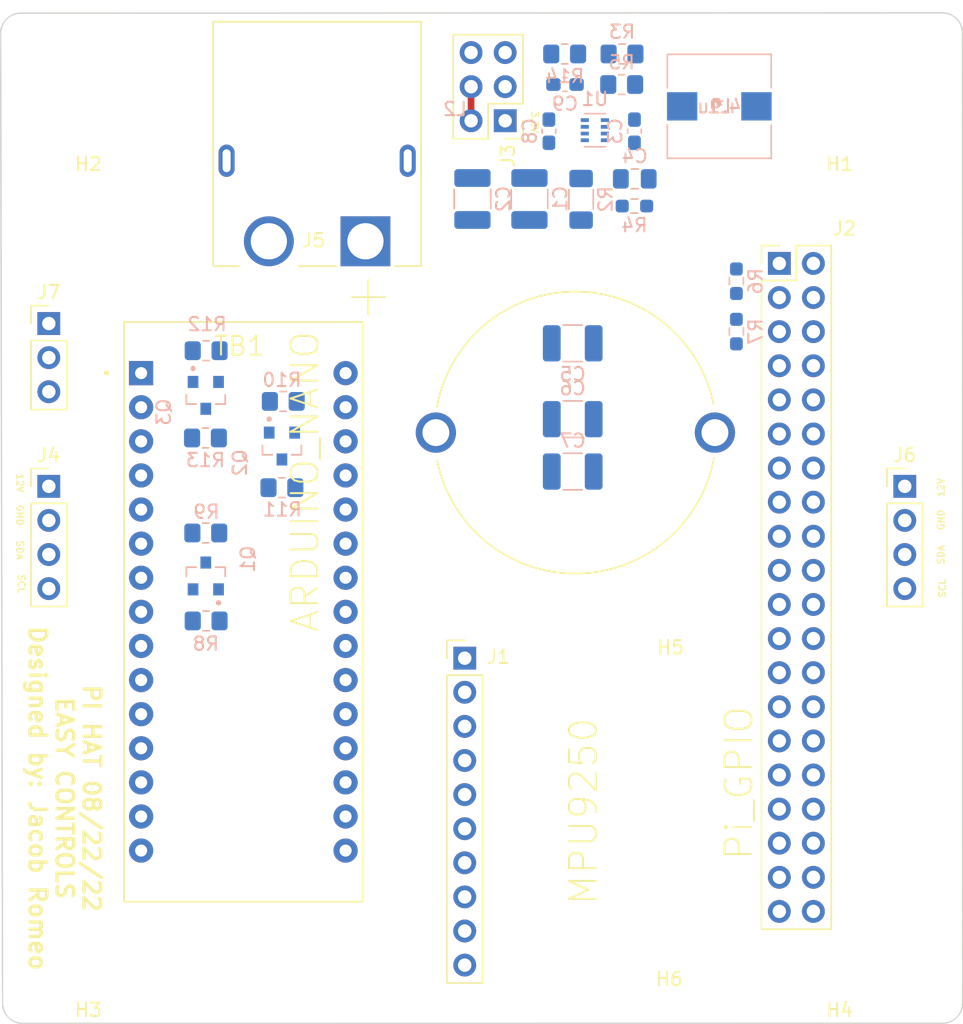
<source format=kicad_pcb>
(kicad_pcb (version 20211014) (generator pcbnew)

  (general
    (thickness 1.6)
  )

  (paper "A4")
  (layers
    (0 "F.Cu" signal)
    (31 "B.Cu" signal)
    (32 "B.Adhes" user "B.Adhesive")
    (33 "F.Adhes" user "F.Adhesive")
    (34 "B.Paste" user)
    (35 "F.Paste" user)
    (36 "B.SilkS" user "B.Silkscreen")
    (37 "F.SilkS" user "F.Silkscreen")
    (38 "B.Mask" user)
    (39 "F.Mask" user)
    (40 "Dwgs.User" user "User.Drawings")
    (41 "Cmts.User" user "User.Comments")
    (42 "Eco1.User" user "User.Eco1")
    (43 "Eco2.User" user "User.Eco2")
    (44 "Edge.Cuts" user)
    (45 "Margin" user)
    (46 "B.CrtYd" user "B.Courtyard")
    (47 "F.CrtYd" user "F.Courtyard")
    (48 "B.Fab" user)
    (49 "F.Fab" user)
  )

  (setup
    (stackup
      (layer "F.SilkS" (type "Top Silk Screen"))
      (layer "F.Paste" (type "Top Solder Paste"))
      (layer "F.Mask" (type "Top Solder Mask") (thickness 0.01))
      (layer "F.Cu" (type "copper") (thickness 0.035))
      (layer "dielectric 1" (type "core") (thickness 1.51) (material "FR4") (epsilon_r 4.5) (loss_tangent 0.02))
      (layer "B.Cu" (type "copper") (thickness 0.035))
      (layer "B.Mask" (type "Bottom Solder Mask") (thickness 0.01))
      (layer "B.Paste" (type "Bottom Solder Paste"))
      (layer "B.SilkS" (type "Bottom Silk Screen"))
      (copper_finish "None")
      (dielectric_constraints no)
    )
    (pad_to_mask_clearance 0)
    (pcbplotparams
      (layerselection 0x00010fc_ffffffff)
      (disableapertmacros false)
      (usegerberextensions false)
      (usegerberattributes true)
      (usegerberadvancedattributes true)
      (creategerberjobfile true)
      (svguseinch false)
      (svgprecision 6)
      (excludeedgelayer true)
      (plotframeref false)
      (viasonmask false)
      (mode 1)
      (useauxorigin false)
      (hpglpennumber 1)
      (hpglpenspeed 20)
      (hpglpendiameter 15.000000)
      (dxfpolygonmode true)
      (dxfimperialunits true)
      (dxfusepcbnewfont true)
      (psnegative false)
      (psa4output false)
      (plotreference true)
      (plotvalue true)
      (plotinvisibletext false)
      (sketchpadsonfab false)
      (subtractmaskfromsilk false)
      (outputformat 1)
      (mirror false)
      (drillshape 0)
      (scaleselection 1)
      (outputdirectory "Gerber/")
    )
  )

  (net 0 "")
  (net 1 "unconnected-(J1-Pad5)")
  (net 2 "unconnected-(J1-Pad6)")
  (net 3 "unconnected-(J1-Pad7)")
  (net 4 "unconnected-(J1-Pad8)")
  (net 5 "unconnected-(J1-Pad9)")
  (net 6 "unconnected-(J1-Pad10)")
  (net 7 "SDAN")
  (net 8 "SCLN")
  (net 9 "3.3VN")
  (net 10 "unconnected-(J2-Pad7)")
  (net 11 "/TXP")
  (net 12 "unconnected-(J2-Pad9)")
  (net 13 "/RXP")
  (net 14 "unconnected-(J2-Pad11)")
  (net 15 "unconnected-(J2-Pad12)")
  (net 16 "unconnected-(J2-Pad13)")
  (net 17 "unconnected-(J2-Pad14)")
  (net 18 "unconnected-(J2-Pad15)")
  (net 19 "unconnected-(J2-Pad16)")
  (net 20 "unconnected-(J2-Pad17)")
  (net 21 "unconnected-(J2-Pad18)")
  (net 22 "unconnected-(J2-Pad19)")
  (net 23 "unconnected-(J2-Pad20)")
  (net 24 "unconnected-(J2-Pad21)")
  (net 25 "unconnected-(J2-Pad22)")
  (net 26 "unconnected-(J2-Pad23)")
  (net 27 "unconnected-(J2-Pad24)")
  (net 28 "unconnected-(J2-Pad25)")
  (net 29 "unconnected-(J2-Pad26)")
  (net 30 "unconnected-(J2-Pad27)")
  (net 31 "unconnected-(J2-Pad28)")
  (net 32 "unconnected-(J2-Pad29)")
  (net 33 "unconnected-(J2-Pad30)")
  (net 34 "unconnected-(J2-Pad31)")
  (net 35 "unconnected-(J2-Pad32)")
  (net 36 "unconnected-(J2-Pad33)")
  (net 37 "unconnected-(J2-Pad34)")
  (net 38 "unconnected-(J2-Pad35)")
  (net 39 "unconnected-(J2-Pad36)")
  (net 40 "unconnected-(J2-Pad37)")
  (net 41 "unconnected-(J2-Pad38)")
  (net 42 "unconnected-(J2-Pad39)")
  (net 43 "3.3VP")
  (net 44 "unconnected-(J2-Pad40)")
  (net 45 "+3V3")
  (net 46 "/5VN")
  (net 47 "VAA")
  (net 48 "unconnected-(TB1-Pad5)")
  (net 49 "unconnected-(TB1-Pad6)")
  (net 50 "unconnected-(TB1-Pad7)")
  (net 51 "unconnected-(TB1-Pad8)")
  (net 52 "unconnected-(TB1-Pad9)")
  (net 53 "unconnected-(TB1-Pad10)")
  (net 54 "unconnected-(TB1-Pad11)")
  (net 55 "unconnected-(TB1-Pad12)")
  (net 56 "unconnected-(TB1-Pad13)")
  (net 57 "unconnected-(TB1-Pad14)")
  (net 58 "unconnected-(TB1-Pad15)")
  (net 59 "unconnected-(TB1-Pad16)")
  (net 60 "unconnected-(TB1-Pad18)")
  (net 61 "Net-(C8-Pad1)")
  (net 62 "unconnected-(TB1-Pad20)")
  (net 63 "unconnected-(TB1-Pad21)")
  (net 64 "unconnected-(TB1-Pad22)")
  (net 65 "unconnected-(TB1-Pad25)")
  (net 66 "unconnected-(TB1-Pad26)")
  (net 67 "/RXN")
  (net 68 "GND")
  (net 69 "12V")
  (net 70 "/5V")
  (net 71 "VD")
  (net 72 "/SCL")
  (net 73 "/SDA")
  (net 74 "Net-(C3-Pad1)")
  (net 75 "Net-(C4-Pad1)")
  (net 76 "Net-(C4-Pad2)")
  (net 77 "Net-(C5-Pad1)")
  (net 78 "Net-(R2-Pad2)")
  (net 79 "Net-(R3-Pad1)")
  (net 80 "Net-(C9-Pad2)")
  (net 81 "Net-(R4-Pad1)")
  (net 82 "/TXN")
  (net 83 "+5V")
  (net 84 "VCC")
  (net 85 "VDC")
  (net 86 "/PS")
  (net 87 "unconnected-(TB1-Pad28)")

  (footprint ".pretty:SHIELD_ARDUINO_NANO" (layer "F.Cu") (at 111.05 105.35))

  (footprint "Connector_PinHeader_2.54mm:PinHeader_2x03_P2.54mm_Vertical" (layer "F.Cu") (at 130.565 68.775 180))

  (footprint "MountingHole:MountingHole_2.5mm" (layer "F.Cu") (at 152.5 74.5))

  (footprint "MountingHole:MountingHole_2.5mm" (layer "F.Cu") (at 102.5 74.5))

  (footprint "MountingHole:MountingHole_2.5mm" (layer "F.Cu") (at 102.5 132.5))

  (footprint "Connector_PinHeader_2.54mm:PinHeader_1x10_P2.54mm_Vertical" (layer "F.Cu") (at 127.55 108.8))

  (footprint "MountingHole:MountingHole_2.5mm" (layer "F.Cu") (at 152.5 132.5))

  (footprint "Connector_PinHeader_2.54mm:PinHeader_2x20_P2.54mm_Vertical" (layer "F.Cu") (at 151 79.4))

  (footprint "Connector_PinHeader_2.54mm:PinHeader_1x04_P2.54mm_Vertical" (layer "F.Cu") (at 96.55 96))

  (footprint ".pretty:AMASS_XT60PW-M" (layer "F.Cu") (at 116.55 71.75))

  (footprint "MountingHole:MountingHole_2.5mm" (layer "F.Cu") (at 139.3 110))

  (footprint "MountingHole:MountingHole_2.5mm" (layer "F.Cu") (at 139.3 130.5))

  (footprint ".pretty:IND_AIRD-02-151K" (layer "F.Cu") (at 135.8 92))

  (footprint "Connector_PinHeader_2.54mm:PinHeader_1x04_P2.54mm_Vertical" (layer "F.Cu") (at 160.35 96))

  (footprint "Connector_PinHeader_2.54mm:PinHeader_1x03_P2.54mm_Vertical" (layer "F.Cu") (at 96.55 83.875))

  (footprint "Capacitor_SMD:C_1210_3225Metric_Pad1.33x2.70mm_HandSolder" (layer "B.Cu") (at 135.6 94.9 180))

  (footprint "Capacitor_SMD:C_0603_1608Metric_Pad1.08x0.95mm_HandSolder" (layer "B.Cu") (at 135.025 66.075))

  (footprint "Capacitor_SMD:C_0603_1608Metric_Pad1.08x0.95mm_HandSolder" (layer "B.Cu") (at 140.2 69.55 -90))

  (footprint "Capacitor_SMD:C_1210_3225Metric_Pad1.33x2.70mm_HandSolder" (layer "B.Cu") (at 135.6 91 180))

  (footprint "Capacitor_SMD:C_1210_3225Metric_Pad1.33x2.70mm_HandSolder" (layer "B.Cu") (at 132.375 74.6 90))

  (footprint "Capacitor_SMD:C_1210_3225Metric_Pad1.33x2.70mm_HandSolder" (layer "B.Cu") (at 128.125 74.6 90))

  (footprint "Resistor_SMD:R_1206_3216Metric_Pad1.30x1.75mm_HandSolder" (layer "B.Cu") (at 136.225 74.625 90))

  (footprint "Capacitor_SMD:C_0805_2012Metric_Pad1.18x1.45mm_HandSolder" (layer "B.Cu") (at 140.225 73.1 180))

  (footprint "Resistor_SMD:R_0603_1608Metric_Pad0.98x0.95mm_HandSolder" (layer "B.Cu") (at 147.8 84.475 90))

  (footprint "Resistor_SMD:R_0805_2012Metric_Pad1.20x1.40mm_HandSolder" (layer "B.Cu") (at 108.25 99.475))

  (footprint "Resistor_SMD:R_0805_2012Metric_Pad1.20x1.40mm_HandSolder" (layer "B.Cu") (at 114.025 89.675))

  (footprint "Resistor_SMD:R_0805_2012Metric_Pad1.20x1.40mm_HandSolder" (layer "B.Cu") (at 139.25 66.075 180))

  (footprint ".pretty:744777004" (layer "B.Cu") (at 146.5275 67.7))

  (footprint "Resistor_SMD:R_0805_2012Metric_Pad1.20x1.40mm_HandSolder" (layer "B.Cu") (at 135 63.8))

  (footprint ".pretty:MP2393GTL-P" (layer "B.Cu") (at 137.25 69.475 180))

  (footprint "Resistor_SMD:R_0805_2012Metric_Pad1.20x1.40mm_HandSolder" (layer "B.Cu") (at 108.275 85.9))

  (footprint "Capacitor_SMD:C_0603_1608Metric_Pad1.08x0.95mm_HandSolder" (layer "B.Cu") (at 133.825 69.55 -90))

  (footprint ".pretty:TRANS_BSS138_RFG" (layer "B.Cu") (at 108.25 89.225 -90))

  (footprint "Resistor_SMD:R_0805_2012Metric_Pad1.20x1.40mm_HandSolder" (layer "B.Cu") (at 113.925 96.1 180))

  (footprint ".pretty:TRANS_BSS138_RFG" (layer "B.Cu") (at 108.25 102.675 90))

  (footprint "Resistor_SMD:R_0603_1608Metric_Pad0.98x0.95mm_HandSolder" (layer "B.Cu") (at 147.8 80.725 90))

  (footprint "Resistor_SMD:R_0603_1608Metric_Pad0.98x0.95mm_HandSolder" (layer "B.Cu") (at 140.2 75.125))

  (footprint "Resistor_SMD:R_0805_2012Metric_Pad1.20x1.40mm_HandSolder" (layer "B.Cu") (at 108.275 106.025 180))

  (footprint "Resistor_SMD:R_0805_2012Metric_Pad1.20x1.40mm_HandSolder" (layer "B.Cu") (at 108.225 92.4 180))

  (footprint ".pretty:TRANS_BSS138_RFG" (layer "B.Cu") (at 113.925 93 -90))

  (footprint "Capacitor_SMD:C_1210_3225Metric_Pad1.33x2.70mm_HandSolder" (layer "B.Cu") (at 135.6 85.35))

  (footprint "Resistor_SMD:R_0805_2012Metric_Pad1.20x1.40mm_HandSolder" (layer "B.Cu") (at 139.275 63.8 180))

  (gr_line (start 125.65 133.6) (end 125.65 107) (layer "Dwgs.User") (width 0.15) (tstamp 00000000-0000-0000-0000-000062207ace))
  (gr_line (start 129.3 130.5) (end 139.3 130.5) (layer "Dwgs.User") (width 0.15) (tstamp 00000000-0000-0000-0000-00006251db81))
  (gr_line (start 144.05 107.1) (end 144.15 133.6) (layer "Dwgs.User") (width 0.15) (tstamp 91e6c9ca-3fb7-4a4b-ac8b-00f32a87946d))
  (gr_line (start 129.3 110) (end 139.3 110) (layer "Dwgs.User") (width 0.15) (tstamp acf5d924-0760-425a-996c-c1d965700be8))
  (gr_line (start 144.15 133.6) (end 125.65 133.6) (layer "Dwgs.User") (width 0.15) (tstamp c924d60e-2485-45f5-9e86-952da9c46765))
  (gr_line (start 125.65 107) (end 144.05 107.1) (layer "Dwgs.User") (width 0.15) (tstamp edd42b12-3d25-4274-b189-0a2cc33fac18))
  (gr_line (start 94.46066 60.76066) (end 163.15 60.73566) (layer "Edge.Cuts") (width 0.1) (tstamp 00000000-0000-0000-0000-000062206ebd))
  (gr_arc (start 92.96066 62.26066) (mid 93.4 61.2) (end 94.46066 60.76066) (layer "Edge.Cuts") (width 0.1) (tstamp 00000000-0000-0000-0000-000062206ee5))
  (gr_line (start 93.1 134.5) (end 92.96066 62.26066) (layer "Edge.Cuts") (width 0.1) (tstamp 2026567f-be64-41dd-8011-b0897ba0ff2e))
  (gr_arc (start 164.66434 134.48934) (mid 164.225 135.55) (end 163.16434 135.98934) (layer "Edge.Cuts") (width 0.1) (tstamp 6afc19cf-38b4-47a3-bc2b-445b18724310))
  (gr_line (start 164.65 62.23566) (end 164.66434 134.48934) (layer "Edge.Cuts") (width 0.1) (tstamp 77ef8901-6325-4427-901a-4acd9074dd7b))
  (gr_arc (start 94.6 136) (mid 93.53934 135.56066) (end 93.1 134.5) (layer "Edge.Cuts") (width 0.1) (tstamp 84d296ba-3d39-4264-ad19-947f90c54396))
  (gr_arc (start 163.15 60.73566) (mid 164.21066 61.175) (end 164.65 62.23566) (layer "Edge.Cuts") (width 0.1) (tstamp 88a17e56-466a-45e7-9047-7346a507f505))
  (gr_line (start 163.16434 135.98934) (end 94.6 136) (layer "Edge.Cuts") (width 0.1) (tstamp 981ff4de-0330-4757-b746-0cb983df5e7c))
  (gr_text "MPU9250" (at 136.4 120.2 90) (layer "F.SilkS") (tstamp 00000000-0000-0000-0000-000062208821)
    (effects (font (size 2 2) (thickness 0.15)))
  )
  (gr_text "3.3V" (at 132.765 68.875 270) (layer "F.SilkS") (tstamp 00000000-0000-0000-0000-0000625225f5)
    (effects (font (size 0.5 0.5) (thickness 0.1)))
  )
  (gr_text "SCL" (at 163.15 103.6 90) (layer "F.SilkS") (tstamp 04bb255a-88e6-460f-bbf1-3afeadb13d8f)
    (effects (font (size 0.5 0.5) (thickness 0.1)))
  )
  (gr_text "GND" (at 94.4 98.15 -90) (layer "F.SilkS") (tstamp 18d11f32-e1a6-4f29-8e3c-0bfeb07299bd)
    (effects (font (size 0.5 0.5) (thickness 0.1)))
  )
  (gr_text "SDA" (at 163.05 101.1 90) (layer "F.SilkS") (tstamp 202cf347-7941-468e-8030-fa9631ddea56)
    (effects (font (size 0.5 0.5) (thickness 0.1)))
  )
  (gr_text "12V" (at 94.4 95.75 -90) (layer "F.SilkS") (tstamp 6325c32f-c82a-4357-b022-f9c7e76f412e)
    (effects (font (size 0.5 0.5) (thickness 0.1)))
  )
  (gr_text "SDA" (at 94.4 100.75 -90) (layer "F.SilkS") (tstamp 7943ed8c-e760-4ace-9c5f-baf5589fae39)
    (effects (font (size 0.5 0.5) (thickness 0.1)))
  )
  (gr_text "SCL" (at 94.5 103.25 -90) (layer "F.SilkS") (tstamp a90361cd-254c-4d27-ae1f-9a6c85bafe28)
    (effects (font (size 0.5 0.5) (thickness 0.1)))
  )
  (gr_text "GND" (at 163.05 98.5 90) (layer "F.SilkS") (tstamp beaa11fa-247f-4c03-b500-31bd10d5f4e7)
    (effects (font (size 0.5 0.5) (thickness 0.1)))
  )
  (gr_text "12V" (at 163.05 96.1 90) (layer "F.SilkS") (tstamp de1ed68d-2d76-4d54-9fa8-7c8929879cf5)
    (effects (font (size 0.5 0.5) (thickness 0.1)))
  )
  (gr_text "PI HAT 08/22/22\nEASY CONTROLS\nDesigned by: Jacob Romeo" (at 97.725 119.225 270) (layer "F.SilkS") (tstamp fead07ab-5a70-40db-ada8-c72dcc827bfc)
    (effects (font (size 1.25 1.25) (thickness 0.25)))
  )

  (segment (start 128.025 66.235) (end 128.025 68.775) (width 0.5) (layer "F.Cu") (net 70) (tstamp b287f145-851e-45cc-b200-e62677b551d5))

)
=======
(kicad_pcb (version 20211014) (generator pcbnew)

  (general
    (thickness 1.6)
  )

  (paper "A4")
  (layers
    (0 "F.Cu" signal)
    (31 "B.Cu" signal)
    (32 "B.Adhes" user "B.Adhesive")
    (33 "F.Adhes" user "F.Adhesive")
    (34 "B.Paste" user)
    (35 "F.Paste" user)
    (36 "B.SilkS" user "B.Silkscreen")
    (37 "F.SilkS" user "F.Silkscreen")
    (38 "B.Mask" user)
    (39 "F.Mask" user)
    (40 "Dwgs.User" user "User.Drawings")
    (41 "Cmts.User" user "User.Comments")
    (42 "Eco1.User" user "User.Eco1")
    (43 "Eco2.User" user "User.Eco2")
    (44 "Edge.Cuts" user)
    (45 "Margin" user)
    (46 "B.CrtYd" user "B.Courtyard")
    (47 "F.CrtYd" user "F.Courtyard")
    (48 "B.Fab" user)
    (49 "F.Fab" user)
  )

  (setup
    (stackup
      (layer "F.SilkS" (type "Top Silk Screen"))
      (layer "F.Paste" (type "Top Solder Paste"))
      (layer "F.Mask" (type "Top Solder Mask") (thickness 0.01))
      (layer "F.Cu" (type "copper") (thickness 0.035))
      (layer "dielectric 1" (type "core") (thickness 1.51) (material "FR4") (epsilon_r 4.5) (loss_tangent 0.02))
      (layer "B.Cu" (type "copper") (thickness 0.035))
      (layer "B.Mask" (type "Bottom Solder Mask") (thickness 0.01))
      (layer "B.Paste" (type "Bottom Solder Paste"))
      (layer "B.SilkS" (type "Bottom Silk Screen"))
      (copper_finish "None")
      (dielectric_constraints no)
    )
    (pad_to_mask_clearance 0)
    (pcbplotparams
      (layerselection 0x00010fc_ffffffff)
      (disableapertmacros false)
      (usegerberextensions false)
      (usegerberattributes true)
      (usegerberadvancedattributes true)
      (creategerberjobfile true)
      (svguseinch false)
      (svgprecision 6)
      (excludeedgelayer true)
      (plotframeref false)
      (viasonmask false)
      (mode 1)
      (useauxorigin false)
      (hpglpennumber 1)
      (hpglpenspeed 20)
      (hpglpendiameter 15.000000)
      (dxfpolygonmode true)
      (dxfimperialunits true)
      (dxfusepcbnewfont true)
      (psnegative false)
      (psa4output false)
      (plotreference true)
      (plotvalue true)
      (plotinvisibletext false)
      (sketchpadsonfab false)
      (subtractmaskfromsilk false)
      (outputformat 1)
      (mirror false)
      (drillshape 0)
      (scaleselection 1)
      (outputdirectory "Gerber/")
    )
  )

  (net 0 "")
  (net 1 "unconnected-(J1-Pad5)")
  (net 2 "unconnected-(J1-Pad6)")
  (net 3 "unconnected-(J1-Pad7)")
  (net 4 "unconnected-(J1-Pad8)")
  (net 5 "unconnected-(J1-Pad9)")
  (net 6 "unconnected-(J1-Pad10)")
  (net 7 "SDAN")
  (net 8 "SCLN")
  (net 9 "3.3VN")
  (net 10 "unconnected-(J2-Pad7)")
  (net 11 "/TXP")
  (net 12 "unconnected-(J2-Pad9)")
  (net 13 "/RXP")
  (net 14 "unconnected-(J2-Pad11)")
  (net 15 "unconnected-(J2-Pad12)")
  (net 16 "unconnected-(J2-Pad13)")
  (net 17 "unconnected-(J2-Pad14)")
  (net 18 "unconnected-(J2-Pad15)")
  (net 19 "unconnected-(J2-Pad16)")
  (net 20 "unconnected-(J2-Pad17)")
  (net 21 "unconnected-(J2-Pad18)")
  (net 22 "unconnected-(J2-Pad19)")
  (net 23 "unconnected-(J2-Pad20)")
  (net 24 "unconnected-(J2-Pad21)")
  (net 25 "unconnected-(J2-Pad22)")
  (net 26 "unconnected-(J2-Pad23)")
  (net 27 "unconnected-(J2-Pad24)")
  (net 28 "unconnected-(J2-Pad25)")
  (net 29 "unconnected-(J2-Pad26)")
  (net 30 "unconnected-(J2-Pad27)")
  (net 31 "unconnected-(J2-Pad28)")
  (net 32 "unconnected-(J2-Pad29)")
  (net 33 "unconnected-(J2-Pad30)")
  (net 34 "unconnected-(J2-Pad31)")
  (net 35 "unconnected-(J2-Pad32)")
  (net 36 "unconnected-(J2-Pad33)")
  (net 37 "unconnected-(J2-Pad34)")
  (net 38 "unconnected-(J2-Pad35)")
  (net 39 "unconnected-(J2-Pad36)")
  (net 40 "unconnected-(J2-Pad37)")
  (net 41 "unconnected-(J2-Pad38)")
  (net 42 "unconnected-(J2-Pad39)")
  (net 43 "3.3VP")
  (net 44 "unconnected-(J2-Pad40)")
  (net 45 "+3V3")
  (net 46 "/5VN")
  (net 47 "VAA")
  (net 48 "unconnected-(TB1-Pad5)")
  (net 49 "unconnected-(TB1-Pad6)")
  (net 50 "unconnected-(TB1-Pad7)")
  (net 51 "unconnected-(TB1-Pad8)")
  (net 52 "unconnected-(TB1-Pad9)")
  (net 53 "unconnected-(TB1-Pad10)")
  (net 54 "unconnected-(TB1-Pad11)")
  (net 55 "unconnected-(TB1-Pad12)")
  (net 56 "unconnected-(TB1-Pad13)")
  (net 57 "unconnected-(TB1-Pad14)")
  (net 58 "unconnected-(TB1-Pad15)")
  (net 59 "unconnected-(TB1-Pad16)")
  (net 60 "unconnected-(TB1-Pad18)")
  (net 61 "Net-(C8-Pad1)")
  (net 62 "unconnected-(TB1-Pad20)")
  (net 63 "unconnected-(TB1-Pad21)")
  (net 64 "unconnected-(TB1-Pad22)")
  (net 65 "unconnected-(TB1-Pad25)")
  (net 66 "unconnected-(TB1-Pad26)")
  (net 67 "/RXN")
  (net 68 "GND")
  (net 69 "12V")
  (net 70 "/5V")
  (net 71 "VD")
  (net 72 "/SCL")
  (net 73 "/SDA")
  (net 74 "Net-(C3-Pad1)")
  (net 75 "Net-(C4-Pad1)")
  (net 76 "Net-(C4-Pad2)")
  (net 77 "Net-(C5-Pad1)")
  (net 78 "Net-(R2-Pad2)")
  (net 79 "Net-(R3-Pad1)")
  (net 80 "Net-(C9-Pad2)")
  (net 81 "Net-(R4-Pad1)")
  (net 82 "/TXN")
  (net 83 "/PS")
  (net 84 "unconnected-(TB1-Pad28)")

  (footprint ".pretty:SHIELD_ARDUINO_NANO" (layer "F.Cu") (at 111.05 105.35))

  (footprint "Connector_PinHeader_2.54mm:PinHeader_2x03_P2.54mm_Vertical" (layer "F.Cu") (at 130.565 68.775 180))

  (footprint "MountingHole:MountingHole_2.5mm" (layer "F.Cu") (at 152.5 74.5))

  (footprint "MountingHole:MountingHole_2.5mm" (layer "F.Cu") (at 102.5 74.5))

  (footprint "MountingHole:MountingHole_2.5mm" (layer "F.Cu") (at 102.5 132.5))

  (footprint "Connector_PinHeader_2.54mm:PinHeader_1x10_P2.54mm_Vertical" (layer "F.Cu")
    (tedit 59FED5CC) (tstamp 00000000-0000-0000-0000-000062207a93)
    (at 127.55 108.8)
    (descr "Through hole straight pin header, 1x10, 2.54mm pitch, single row")
    (tags "Through hole pin header THT 1x10 2.54mm single row")
    (property "Sheetfile" "Pi_HAT_V2.kicad_sch")
    (property "Sheetname" "")
    (path "/00000000-0000-0000-0000-000062208ce6")
    (attr through_hole)
    (fp_text reference "J1" (at 2.5 -0.1) (layer "F.SilkS")
      (effects (font (size 1 1) (thickness 0.15)))
      (tstamp c8b92953-cd23-44e6-85ce-083fb8c3f20f)
    )
    (fp_text value "MPU9250" (at 2.4 21.2 90) (layer "F.Fab")
      (effects (font (size 1 1) (thickness 0.15)))
      (tstamp bc0dbc57-3ae8-4ce5-a05c-2d6003bba475)
    )
    (fp_text user "${REFERENCE}" (at 0 11.43 90) (layer "F.Fab")
      (effects (font (size 1 1) (thickness 0.15)))
      (tstamp 997c2f12-73ba-4c01-9ee0-42e37cbab790)
    )
    (fp_line (start -1.33 1.27) (end -1.33 24.19) (layer "F.SilkS") (width 0.12) (tstamp 2137a512-80c8-4859-8885-e911930a368d))
    (fp_line (start -1.33 -1.33) (end 0 -1.33) (layer "F.SilkS") (width 0.12) (tstamp 477892a1-722e-4cda-bb6c-fcdb8ba5f93e))
    (fp_line (start -1.33 0) (end -1.33 -1.33) (layer "F.SilkS") (width 0.12) (tstamp 4d586a18-26c5-441e-a9ff-8125ee516126))
    (fp_line (start -1.33 1.27) (end 1.33 1.27) (layer "F.SilkS") (width 0.12) (tstamp 9186fd02-f30d-4e17-aa38-378ab73e3908))
    (fp_line (start 1.33 1.27) (end 1.33 24.19) (layer "F.SilkS") (width 0.12) (tstamp aa130053-a451-4f12-97f7-3d4d891a5f83))
    (fp_line (start -1.33 24.19) (end 1.33 24.19) (layer "F.SilkS") (width 0.12) (tstamp e875a6dd-7c86-4047-bf01-bddae35cee83))
    (fp_line (start 1.8 -1.8) (end -1.8 -1.8) (layer "F.CrtYd") (width 0.05) (tstamp 1199146e-a60b-416a-b503-e77d6d2892f9))
    (fp_line (start -1.8 24.65) (end 1.8 24.65) (layer "F.CrtYd") (width 0.05) (tstamp 479331ff-c540-41f4-84e6-b48d65171e59))
    (fp_line (start -1.8 -1.8) (end -1.8 24.65) (layer "F.CrtYd") (width 0.05) (tstamp b09666f9-12f1-4ee9-8877-2292c94258ca))
    (fp_line (start 1.8 24.65) (end 1.8 -1.8) (layer "F.CrtYd") (width 0.05) (tstamp cc15f583-a41b-43af-ba94-a75455506a96))
    (fp_line (start 1.27 -1.27) (end 1.27 24.13) (layer "F.Fab") (width 0.1) (tstamp 009b5465-0a65-4237-93e7-eb65321eeb18))
    (fp_line (start -0.635 -1.27) (end 1.27 -1.27) (layer "F.Fab") (width 0.1) (tstamp 00f3ea8b-8a54-4e56-84ff-d98f6c00496c))
    (fp_line (start 1.27 24.13) (end -1.27 24.13) (layer "F.Fab") (width 0.1) (tstamp 221bef83-3ea7-4d3f-adeb-53a8a07c6273))
    (fp_line (start -1.27 24.13) (end -1.27 -0.635) (layer "F.Fab") (width 0.1) (tstamp b52d6ff3-fef1-496e-8dd5-ebb89b6bce6a))
    (fp_line (start -1.27 -0.635) (end -0.635 -1.27) (layer "F.Fab") (width 0.1) (tstamp e8e8864b-b7f7-4fe1-b482-8b73685f024a))
    (pad "1" thru_hole rect locked (at 0 0) (size 1.7 1.7) (drill 1) (layers *.Cu *.Mask)
      (net 9 "3.3VN") (pinfunction "Pin_1") (pintype "passive") (tstamp fa918b6d-f6cf-4471-be3b-4ff713f55a2e))
    (pad "2" thru_hole oval locked (at 0 2.54) (size 1.7 1.7) (drill 1) (layers *.Cu *.Mask)
      (net 68 
... [425431 chars truncated]
</source>
